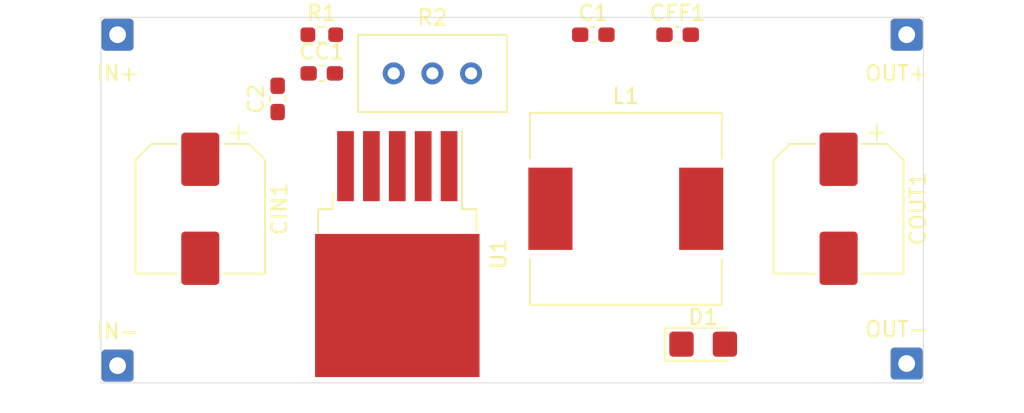
<source format=kicad_pcb>
(kicad_pcb (version 20171130) (host pcbnew 5.1.12-84ad8e8a86~92~ubuntu20.04.1)

  (general
    (thickness 1.6)
    (drawings 4)
    (tracks 0)
    (zones 0)
    (modules 15)
    (nets 8)
  )

  (page A4)
  (title_block
    (title DCDC_buck_converter)
    (date 2021-11-11)
    (rev 1.0)
    (company IEEECIMATEC)
  )

  (layers
    (0 F.Cu signal)
    (31 B.Cu signal)
    (32 B.Adhes user)
    (33 F.Adhes user)
    (34 B.Paste user)
    (35 F.Paste user)
    (36 B.SilkS user)
    (37 F.SilkS user)
    (38 B.Mask user)
    (39 F.Mask user)
    (40 Dwgs.User user)
    (41 Cmts.User user)
    (42 Eco1.User user)
    (43 Eco2.User user)
    (44 Edge.Cuts user)
    (45 Margin user)
    (46 B.CrtYd user)
    (47 F.CrtYd user)
    (48 B.Fab user)
    (49 F.Fab user)
  )

  (setup
    (last_trace_width 0.25)
    (trace_clearance 0.2)
    (zone_clearance 0.508)
    (zone_45_only no)
    (trace_min 0.2)
    (via_size 0.8)
    (via_drill 0.4)
    (via_min_size 0.4)
    (via_min_drill 0.3)
    (uvia_size 0.3)
    (uvia_drill 0.1)
    (uvias_allowed no)
    (uvia_min_size 0.2)
    (uvia_min_drill 0.1)
    (edge_width 0.05)
    (segment_width 0.2)
    (pcb_text_width 0.3)
    (pcb_text_size 1.5 1.5)
    (mod_edge_width 0.12)
    (mod_text_size 1 1)
    (mod_text_width 0.15)
    (pad_size 2.1 2.1)
    (pad_drill 1.1)
    (pad_to_mask_clearance 0)
    (aux_axis_origin 0 0)
    (visible_elements FFFFFF7F)
    (pcbplotparams
      (layerselection 0x010fc_ffffffff)
      (usegerberextensions false)
      (usegerberattributes true)
      (usegerberadvancedattributes true)
      (creategerberjobfile true)
      (excludeedgelayer true)
      (linewidth 0.100000)
      (plotframeref false)
      (viasonmask false)
      (mode 1)
      (useauxorigin false)
      (hpglpennumber 1)
      (hpglpenspeed 20)
      (hpglpendiameter 15.000000)
      (psnegative false)
      (psa4output false)
      (plotreference true)
      (plotvalue true)
      (plotinvisibletext false)
      (padsonsilk false)
      (subtractmaskfromsilk false)
      (outputformat 1)
      (mirror false)
      (drillshape 1)
      (scaleselection 1)
      (outputdirectory ""))
  )

  (net 0 "")
  (net 1 GND)
  (net 2 "Net-(C1-Pad1)")
  (net 3 "Net-(C2-Pad1)")
  (net 4 "Net-(CC1-Pad2)")
  (net 5 "Net-(CFF1-Pad2)")
  (net 6 "Net-(D1-Pad1)")
  (net 7 "Net-(R1-Pad1)")

  (net_class Default "This is the default net class."
    (clearance 0.2)
    (trace_width 0.25)
    (via_dia 0.8)
    (via_drill 0.4)
    (uvia_dia 0.3)
    (uvia_drill 0.1)
    (add_net GND)
    (add_net "Net-(C1-Pad1)")
    (add_net "Net-(C2-Pad1)")
    (add_net "Net-(CC1-Pad2)")
    (add_net "Net-(CFF1-Pad2)")
    (add_net "Net-(D1-Pad1)")
    (add_net "Net-(R1-Pad1)")
  )

  (module Inductor_SMD:L_12x12mm_H8mm (layer F.Cu) (tedit 5990349C) (tstamp 618DD548)
    (at 124.46 128.27)
    (descr "Choke, SMD, 12x12mm 8mm height")
    (tags "Choke SMD")
    (path /618D69B8)
    (attr smd)
    (fp_text reference L1 (at 0 -7.4) (layer F.SilkS)
      (effects (font (size 1 1) (thickness 0.15)))
    )
    (fp_text value 47uH (at 0 7.6) (layer F.Fab)
      (effects (font (size 1 1) (thickness 0.15)))
    )
    (fp_line (start 6.3 3.3) (end 6.3 6.3) (layer F.SilkS) (width 0.12))
    (fp_line (start 6.3 6.3) (end -6.3 6.3) (layer F.SilkS) (width 0.12))
    (fp_line (start -6.3 6.3) (end -6.3 3.3) (layer F.SilkS) (width 0.12))
    (fp_line (start -6.3 -3.3) (end -6.3 -6.3) (layer F.SilkS) (width 0.12))
    (fp_line (start -6.3 -6.3) (end 6.3 -6.3) (layer F.SilkS) (width 0.12))
    (fp_line (start 6.3 -6.3) (end 6.3 -3.3) (layer F.SilkS) (width 0.12))
    (fp_line (start -6.86 -6.6) (end 6.86 -6.6) (layer F.CrtYd) (width 0.05))
    (fp_line (start 6.86 -6.6) (end 6.86 6.6) (layer F.CrtYd) (width 0.05))
    (fp_line (start 6.86 6.6) (end -6.86 6.6) (layer F.CrtYd) (width 0.05))
    (fp_line (start -6.86 6.6) (end -6.86 -6.6) (layer F.CrtYd) (width 0.05))
    (fp_line (start 4.9 3.3) (end 5 3.4) (layer F.Fab) (width 0.1))
    (fp_line (start 5 3.4) (end 5.1 3.8) (layer F.Fab) (width 0.1))
    (fp_line (start 5.1 3.8) (end 5 4.3) (layer F.Fab) (width 0.1))
    (fp_line (start 5 4.3) (end 4.8 4.6) (layer F.Fab) (width 0.1))
    (fp_line (start 4.8 4.6) (end 4.5 5) (layer F.Fab) (width 0.1))
    (fp_line (start 4.5 5) (end 4 5.1) (layer F.Fab) (width 0.1))
    (fp_line (start 4 5.1) (end 3.5 5) (layer F.Fab) (width 0.1))
    (fp_line (start 3.5 5) (end 3.1 4.7) (layer F.Fab) (width 0.1))
    (fp_line (start 3.1 4.7) (end 3 4.6) (layer F.Fab) (width 0.1))
    (fp_line (start 3 4.6) (end 2.4 5) (layer F.Fab) (width 0.1))
    (fp_line (start 2.4 5) (end 1.6 5.3) (layer F.Fab) (width 0.1))
    (fp_line (start 1.6 5.3) (end 0.6 5.5) (layer F.Fab) (width 0.1))
    (fp_line (start 0.6 5.5) (end -0.6 5.5) (layer F.Fab) (width 0.1))
    (fp_line (start -0.6 5.5) (end -1.5 5.3) (layer F.Fab) (width 0.1))
    (fp_line (start -1.5 5.3) (end -2.1 5.1) (layer F.Fab) (width 0.1))
    (fp_line (start -2.1 5.1) (end -2.6 4.9) (layer F.Fab) (width 0.1))
    (fp_line (start -2.6 4.9) (end -3 4.7) (layer F.Fab) (width 0.1))
    (fp_line (start -3 4.7) (end -3.3 4.9) (layer F.Fab) (width 0.1))
    (fp_line (start -3.3 4.9) (end -3.9 5.1) (layer F.Fab) (width 0.1))
    (fp_line (start -3.9 5.1) (end -4.3 5) (layer F.Fab) (width 0.1))
    (fp_line (start -4.3 5) (end -4.6 4.8) (layer F.Fab) (width 0.1))
    (fp_line (start -4.6 4.8) (end -4.9 4.6) (layer F.Fab) (width 0.1))
    (fp_line (start -4.9 4.6) (end -5.1 4.1) (layer F.Fab) (width 0.1))
    (fp_line (start -5.1 4.1) (end -5 3.6) (layer F.Fab) (width 0.1))
    (fp_line (start -5 3.6) (end -4.8 3.2) (layer F.Fab) (width 0.1))
    (fp_line (start 4.9 -3.3) (end 5 -3.6) (layer F.Fab) (width 0.1))
    (fp_line (start 5 -3.6) (end 5.1 -4) (layer F.Fab) (width 0.1))
    (fp_line (start 5.1 -4) (end 5 -4.3) (layer F.Fab) (width 0.1))
    (fp_line (start 5 -4.3) (end 4.8 -4.7) (layer F.Fab) (width 0.1))
    (fp_line (start 4.8 -4.7) (end 4.5 -4.9) (layer F.Fab) (width 0.1))
    (fp_line (start 4.5 -4.9) (end 4.2 -5.1) (layer F.Fab) (width 0.1))
    (fp_line (start 4.2 -5.1) (end 3.9 -5.1) (layer F.Fab) (width 0.1))
    (fp_line (start 3.9 -5.1) (end 3.6 -5) (layer F.Fab) (width 0.1))
    (fp_line (start 3.6 -5) (end 3.3 -4.9) (layer F.Fab) (width 0.1))
    (fp_line (start 3.3 -4.9) (end 3 -4.6) (layer F.Fab) (width 0.1))
    (fp_line (start 3 -4.6) (end 2.6 -4.9) (layer F.Fab) (width 0.1))
    (fp_line (start 2.6 -4.9) (end 2.2 -5.1) (layer F.Fab) (width 0.1))
    (fp_line (start 2.2 -5.1) (end 1.7 -5.3) (layer F.Fab) (width 0.1))
    (fp_line (start 1.7 -5.3) (end 0.9 -5.5) (layer F.Fab) (width 0.1))
    (fp_line (start 0.9 -5.5) (end 0 -5.6) (layer F.Fab) (width 0.1))
    (fp_line (start 0 -5.6) (end -0.8 -5.5) (layer F.Fab) (width 0.1))
    (fp_line (start -0.8 -5.5) (end -1.7 -5.3) (layer F.Fab) (width 0.1))
    (fp_line (start -1.7 -5.3) (end -2.6 -4.9) (layer F.Fab) (width 0.1))
    (fp_line (start -2.6 -4.9) (end -3 -4.7) (layer F.Fab) (width 0.1))
    (fp_line (start -3 -4.7) (end -3.3 -4.9) (layer F.Fab) (width 0.1))
    (fp_line (start -3.3 -4.9) (end -3.7 -5.1) (layer F.Fab) (width 0.1))
    (fp_line (start -3.7 -5.1) (end -4.2 -5) (layer F.Fab) (width 0.1))
    (fp_line (start -4.2 -5) (end -4.6 -4.8) (layer F.Fab) (width 0.1))
    (fp_line (start -4.6 -4.8) (end -4.9 -4.5) (layer F.Fab) (width 0.1))
    (fp_line (start -4.9 -4.5) (end -5.1 -4) (layer F.Fab) (width 0.1))
    (fp_line (start -5.1 -4) (end -5 -3.5) (layer F.Fab) (width 0.1))
    (fp_line (start -5 -3.5) (end -4.8 -3.2) (layer F.Fab) (width 0.1))
    (fp_line (start -6.2 3.3) (end -6.2 6.2) (layer F.Fab) (width 0.1))
    (fp_line (start -6.2 6.2) (end 6.2 6.2) (layer F.Fab) (width 0.1))
    (fp_line (start 6.2 6.2) (end 6.2 3.3) (layer F.Fab) (width 0.1))
    (fp_line (start 6.2 -6.2) (end -6.2 -6.2) (layer F.Fab) (width 0.1))
    (fp_line (start -6.2 -6.2) (end -6.2 -3.3) (layer F.Fab) (width 0.1))
    (fp_line (start 6.2 -6.2) (end 6.2 -3.3) (layer F.Fab) (width 0.1))
    (fp_circle (center 0 0) (end 0.9 0) (layer F.Adhes) (width 0.38))
    (fp_circle (center 0 0) (end 0.55 0) (layer F.Adhes) (width 0.38))
    (fp_circle (center 0 0) (end 0.15 0.15) (layer F.Adhes) (width 0.38))
    (fp_circle (center -2.1 3) (end -1.8 3.25) (layer F.Fab) (width 0.1))
    (fp_text user %R (at 0 0) (layer F.Fab)
      (effects (font (size 1 1) (thickness 0.15)))
    )
    (pad 2 smd rect (at 4.95 0) (size 2.9 5.4) (layers F.Cu F.Paste F.Mask)
      (net 3 "Net-(C2-Pad1)"))
    (pad 1 smd rect (at -4.95 0) (size 2.9 5.4) (layers F.Cu F.Paste F.Mask)
      (net 6 "Net-(D1-Pad1)"))
    (model ${KISYS3DMOD}/Inductor_SMD.3dshapes/L_12x12mm_H8mm.wrl
      (at (xyz 0 0 0))
      (scale (xyz 1 1 1))
      (rotate (xyz 0 0 0))
    )
  )

  (module Package_TO_SOT_SMD:TO-263-5_TabPin3 (layer F.Cu) (tedit 5A70FBB6) (tstamp 618DD861)
    (at 109.455 131.245 270)
    (descr "TO-263 / D2PAK / DDPAK SMD package, http://www.infineon.com/cms/en/product/packages/PG-TO263/PG-TO263-5-1/")
    (tags "D2PAK DDPAK TO-263 D2PAK-5 TO-263-5 SOT-426")
    (path /618C2885)
    (attr smd)
    (fp_text reference U1 (at 0 -6.65 90) (layer F.SilkS)
      (effects (font (size 1 1) (thickness 0.15)))
    )
    (fp_text value LM2575-3.3BU (at 0 6.65 90) (layer F.Fab)
      (effects (font (size 1 1) (thickness 0.15)))
    )
    (fp_line (start 6.5 -5) (end 7.5 -5) (layer F.Fab) (width 0.1))
    (fp_line (start 7.5 -5) (end 7.5 5) (layer F.Fab) (width 0.1))
    (fp_line (start 7.5 5) (end 6.5 5) (layer F.Fab) (width 0.1))
    (fp_line (start 6.5 -5) (end 6.5 5) (layer F.Fab) (width 0.1))
    (fp_line (start 6.5 5) (end -2.75 5) (layer F.Fab) (width 0.1))
    (fp_line (start -2.75 5) (end -2.75 -4) (layer F.Fab) (width 0.1))
    (fp_line (start -2.75 -4) (end -1.75 -5) (layer F.Fab) (width 0.1))
    (fp_line (start -1.75 -5) (end 6.5 -5) (layer F.Fab) (width 0.1))
    (fp_line (start -2.75 -3.8) (end -7.45 -3.8) (layer F.Fab) (width 0.1))
    (fp_line (start -7.45 -3.8) (end -7.45 -3) (layer F.Fab) (width 0.1))
    (fp_line (start -7.45 -3) (end -2.75 -3) (layer F.Fab) (width 0.1))
    (fp_line (start -2.75 -2.1) (end -7.45 -2.1) (layer F.Fab) (width 0.1))
    (fp_line (start -7.45 -2.1) (end -7.45 -1.3) (layer F.Fab) (width 0.1))
    (fp_line (start -7.45 -1.3) (end -2.75 -1.3) (layer F.Fab) (width 0.1))
    (fp_line (start -2.75 -0.4) (end -7.45 -0.4) (layer F.Fab) (width 0.1))
    (fp_line (start -7.45 -0.4) (end -7.45 0.4) (layer F.Fab) (width 0.1))
    (fp_line (start -7.45 0.4) (end -2.75 0.4) (layer F.Fab) (width 0.1))
    (fp_line (start -2.75 1.3) (end -7.45 1.3) (layer F.Fab) (width 0.1))
    (fp_line (start -7.45 1.3) (end -7.45 2.1) (layer F.Fab) (width 0.1))
    (fp_line (start -7.45 2.1) (end -2.75 2.1) (layer F.Fab) (width 0.1))
    (fp_line (start -2.75 3) (end -7.45 3) (layer F.Fab) (width 0.1))
    (fp_line (start -7.45 3) (end -7.45 3.8) (layer F.Fab) (width 0.1))
    (fp_line (start -7.45 3.8) (end -2.75 3.8) (layer F.Fab) (width 0.1))
    (fp_line (start -1.45 -5.2) (end -2.95 -5.2) (layer F.SilkS) (width 0.12))
    (fp_line (start -2.95 -5.2) (end -2.95 -4.25) (layer F.SilkS) (width 0.12))
    (fp_line (start -2.95 -4.25) (end -8.075 -4.25) (layer F.SilkS) (width 0.12))
    (fp_line (start -1.45 5.2) (end -2.95 5.2) (layer F.SilkS) (width 0.12))
    (fp_line (start -2.95 5.2) (end -2.95 4.25) (layer F.SilkS) (width 0.12))
    (fp_line (start -2.95 4.25) (end -4.05 4.25) (layer F.SilkS) (width 0.12))
    (fp_line (start -8.32 -5.65) (end -8.32 5.65) (layer F.CrtYd) (width 0.05))
    (fp_line (start -8.32 5.65) (end 8.32 5.65) (layer F.CrtYd) (width 0.05))
    (fp_line (start 8.32 5.65) (end 8.32 -5.65) (layer F.CrtYd) (width 0.05))
    (fp_line (start 8.32 -5.65) (end -8.32 -5.65) (layer F.CrtYd) (width 0.05))
    (fp_text user %R (at 0 0 90) (layer F.Fab)
      (effects (font (size 1 1) (thickness 0.15)))
    )
    (pad "" smd rect (at 0.95 2.775 270) (size 4.55 5.25) (layers F.Paste))
    (pad "" smd rect (at 5.8 -2.775 270) (size 4.55 5.25) (layers F.Paste))
    (pad "" smd rect (at 0.95 -2.775 270) (size 4.55 5.25) (layers F.Paste))
    (pad "" smd rect (at 5.8 2.775 270) (size 4.55 5.25) (layers F.Paste))
    (pad 3 smd rect (at 3.375 0 270) (size 9.4 10.8) (layers F.Cu F.Mask)
      (net 1 GND))
    (pad 5 smd rect (at -5.775 3.4 270) (size 4.6 1.1) (layers F.Cu F.Paste F.Mask)
      (net 4 "Net-(CC1-Pad2)"))
    (pad 4 smd rect (at -5.775 1.7 270) (size 4.6 1.1) (layers F.Cu F.Paste F.Mask)
      (net 6 "Net-(D1-Pad1)"))
    (pad 3 smd rect (at -5.775 0 270) (size 4.6 1.1) (layers F.Cu F.Paste F.Mask)
      (net 1 GND))
    (pad 2 smd rect (at -5.775 -1.7 270) (size 4.6 1.1) (layers F.Cu F.Paste F.Mask)
      (net 5 "Net-(CFF1-Pad2)"))
    (pad 1 smd rect (at -5.775 -3.4 270) (size 4.6 1.1) (layers F.Cu F.Paste F.Mask)
      (net 2 "Net-(C1-Pad1)"))
    (model ${KISYS3DMOD}/Package_TO_SOT_SMD.3dshapes/TO-263-5_TabPin3.wrl
      (at (xyz 0 0 0))
      (scale (xyz 1 1 1))
      (rotate (xyz 0 0 0))
    )
  )

  (module Potentiometer_THT:Potentiometer_Bourns_3296W_Vertical (layer F.Cu) (tedit 5A3D4994) (tstamp 618DD570)
    (at 114.3 119.38)
    (descr "Potentiometer, vertical, Bourns 3296W, https://www.bourns.com/pdfs/3296.pdf")
    (tags "Potentiometer vertical Bourns 3296W")
    (path /618DB6A6)
    (fp_text reference R2 (at -2.54 -3.66) (layer F.SilkS)
      (effects (font (size 1 1) (thickness 0.15)))
    )
    (fp_text value 10K (at -2.54 3.67) (layer F.Fab)
      (effects (font (size 1 1) (thickness 0.15)))
    )
    (fp_circle (center 0.955 1.15) (end 2.05 1.15) (layer F.Fab) (width 0.1))
    (fp_line (start -7.305 -2.41) (end -7.305 2.42) (layer F.Fab) (width 0.1))
    (fp_line (start -7.305 2.42) (end 2.225 2.42) (layer F.Fab) (width 0.1))
    (fp_line (start 2.225 2.42) (end 2.225 -2.41) (layer F.Fab) (width 0.1))
    (fp_line (start 2.225 -2.41) (end -7.305 -2.41) (layer F.Fab) (width 0.1))
    (fp_line (start 0.955 2.235) (end 0.956 0.066) (layer F.Fab) (width 0.1))
    (fp_line (start 0.955 2.235) (end 0.956 0.066) (layer F.Fab) (width 0.1))
    (fp_line (start -7.425 -2.53) (end 2.345 -2.53) (layer F.SilkS) (width 0.12))
    (fp_line (start -7.425 2.54) (end 2.345 2.54) (layer F.SilkS) (width 0.12))
    (fp_line (start -7.425 -2.53) (end -7.425 2.54) (layer F.SilkS) (width 0.12))
    (fp_line (start 2.345 -2.53) (end 2.345 2.54) (layer F.SilkS) (width 0.12))
    (fp_line (start -7.6 -2.7) (end -7.6 2.7) (layer F.CrtYd) (width 0.05))
    (fp_line (start -7.6 2.7) (end 2.5 2.7) (layer F.CrtYd) (width 0.05))
    (fp_line (start 2.5 2.7) (end 2.5 -2.7) (layer F.CrtYd) (width 0.05))
    (fp_line (start 2.5 -2.7) (end -7.6 -2.7) (layer F.CrtYd) (width 0.05))
    (fp_text user %R (at -3.175 0.005) (layer F.Fab)
      (effects (font (size 1 1) (thickness 0.15)))
    )
    (pad 3 thru_hole circle (at -5.08 0) (size 1.44 1.44) (drill 0.8) (layers *.Cu *.Mask))
    (pad 2 thru_hole circle (at -2.54 0) (size 1.44 1.44) (drill 0.8) (layers *.Cu *.Mask)
      (net 7 "Net-(R1-Pad1)"))
    (pad 1 thru_hole circle (at 0 0) (size 1.44 1.44) (drill 0.8) (layers *.Cu *.Mask)
      (net 3 "Net-(C2-Pad1)"))
    (model ${KISYS3DMOD}/Potentiometer_THT.3dshapes/Potentiometer_Bourns_3296W_Vertical.wrl
      (at (xyz 0 0 0))
      (scale (xyz 1 1 1))
      (rotate (xyz 0 0 0))
    )
  )

  (module Resistor_SMD:R_0603_1608Metric_Pad0.98x0.95mm_HandSolder (layer F.Cu) (tedit 5F68FEEE) (tstamp 618DD559)
    (at 104.4975 116.84)
    (descr "Resistor SMD 0603 (1608 Metric), square (rectangular) end terminal, IPC_7351 nominal with elongated pad for handsoldering. (Body size source: IPC-SM-782 page 72, https://www.pcb-3d.com/wordpress/wp-content/uploads/ipc-sm-782a_amendment_1_and_2.pdf), generated with kicad-footprint-generator")
    (tags "resistor handsolder")
    (path /618DBB77)
    (attr smd)
    (fp_text reference R1 (at 0 -1.43) (layer F.SilkS)
      (effects (font (size 1 1) (thickness 0.15)))
    )
    (fp_text value 3.3K (at 0 1.43) (layer F.Fab)
      (effects (font (size 1 1) (thickness 0.15)))
    )
    (fp_line (start -0.8 0.4125) (end -0.8 -0.4125) (layer F.Fab) (width 0.1))
    (fp_line (start -0.8 -0.4125) (end 0.8 -0.4125) (layer F.Fab) (width 0.1))
    (fp_line (start 0.8 -0.4125) (end 0.8 0.4125) (layer F.Fab) (width 0.1))
    (fp_line (start 0.8 0.4125) (end -0.8 0.4125) (layer F.Fab) (width 0.1))
    (fp_line (start -0.254724 -0.5225) (end 0.254724 -0.5225) (layer F.SilkS) (width 0.12))
    (fp_line (start -0.254724 0.5225) (end 0.254724 0.5225) (layer F.SilkS) (width 0.12))
    (fp_line (start -1.65 0.73) (end -1.65 -0.73) (layer F.CrtYd) (width 0.05))
    (fp_line (start -1.65 -0.73) (end 1.65 -0.73) (layer F.CrtYd) (width 0.05))
    (fp_line (start 1.65 -0.73) (end 1.65 0.73) (layer F.CrtYd) (width 0.05))
    (fp_line (start 1.65 0.73) (end -1.65 0.73) (layer F.CrtYd) (width 0.05))
    (fp_text user %R (at 0 0) (layer F.Fab)
      (effects (font (size 0.4 0.4) (thickness 0.06)))
    )
    (pad 2 smd roundrect (at 0.9125 0) (size 0.975 0.95) (layers F.Cu F.Paste F.Mask) (roundrect_rratio 0.25)
      (net 1 GND))
    (pad 1 smd roundrect (at -0.9125 0) (size 0.975 0.95) (layers F.Cu F.Paste F.Mask) (roundrect_rratio 0.25)
      (net 7 "Net-(R1-Pad1)"))
    (model ${KISYS3DMOD}/Resistor_SMD.3dshapes/R_0603_1608Metric.wrl
      (at (xyz 0 0 0))
      (scale (xyz 1 1 1))
      (rotate (xyz 0 0 0))
    )
  )

  (module Connector_Wire:SolderWire-0.5sqmm_1x01_D0.9mm_OD2.1mm (layer F.Cu) (tedit 5EB70B43) (tstamp 618DD4F9)
    (at 142.9 138.43)
    (descr "Soldered wire connection, for a single 0.5 mm² wire, basic insulation, conductor diameter 0.9mm, outer diameter 2.1mm, size source Multi-Contact FLEXI-E 0.5 (https://ec.staubli.com/AcroFiles/Catalogues/TM_Cab-Main-11014119_(en)_hi.pdf), bend radius 3 times outer diameter, generated with kicad-footprint-generator")
    (tags "connector wire 0.5sqmm")
    (path /619B0944)
    (attr virtual)
    (fp_text reference OUT- (at -0.66 -2.25) (layer F.SilkS)
      (effects (font (size 1 1) (thickness 0.15)))
    )
    (fp_text value Conn_01x01_Female (at 0 2.25) (layer F.Fab)
      (effects (font (size 1 1) (thickness 0.15)))
    )
    (fp_circle (center 0 0) (end 1.05 0) (layer F.Fab) (width 0.1))
    (fp_line (start -1.8 -1.55) (end -1.8 1.55) (layer F.CrtYd) (width 0.05))
    (fp_line (start -1.8 1.55) (end 1.8 1.55) (layer F.CrtYd) (width 0.05))
    (fp_line (start 1.8 1.55) (end 1.8 -1.55) (layer F.CrtYd) (width 0.05))
    (fp_line (start 1.8 -1.55) (end -1.8 -1.55) (layer F.CrtYd) (width 0.05))
    (fp_text user %R (at 0 0) (layer F.Fab)
      (effects (font (size 0.52 0.52) (thickness 0.08)))
    )
    (pad 1 thru_hole roundrect (at 0 0) (size 2.1 2.1) (drill 1.1) (layers *.Cu *.Mask) (roundrect_rratio 0.119048)
      (net 1 GND))
    (model ${KISYS3DMOD}/Connector_Wire.3dshapes/SolderWire-0.5sqmm_1x01_D0.9mm_OD2.1mm.wrl
      (at (xyz 0 0 0))
      (scale (xyz 1 1 1))
      (rotate (xyz 0 0 0))
    )
  )

  (module Connector_Wire:SolderWire-0.5sqmm_1x01_D0.9mm_OD2.1mm (layer F.Cu) (tedit 5EB70B43) (tstamp 618DDA31)
    (at 142.9 116.84)
    (descr "Soldered wire connection, for a single 0.5 mm² wire, basic insulation, conductor diameter 0.9mm, outer diameter 2.1mm, size source Multi-Contact FLEXI-E 0.5 (https://ec.staubli.com/AcroFiles/Catalogues/TM_Cab-Main-11014119_(en)_hi.pdf), bend radius 3 times outer diameter, generated with kicad-footprint-generator")
    (tags "connector wire 0.5sqmm")
    (path /6197AEB6)
    (attr virtual)
    (fp_text reference OUT+ (at -0.66 2.54 180) (layer F.SilkS)
      (effects (font (size 1 1) (thickness 0.15)))
    )
    (fp_text value Conn_01x01_Female (at 0 2.25) (layer F.Fab)
      (effects (font (size 1 1) (thickness 0.15)))
    )
    (fp_circle (center 0 0) (end 1.05 0) (layer F.Fab) (width 0.1))
    (fp_line (start -1.8 -1.55) (end -1.8 1.55) (layer F.CrtYd) (width 0.05))
    (fp_line (start -1.8 1.55) (end 1.8 1.55) (layer F.CrtYd) (width 0.05))
    (fp_line (start 1.8 1.55) (end 1.8 -1.55) (layer F.CrtYd) (width 0.05))
    (fp_line (start 1.8 -1.55) (end -1.8 -1.55) (layer F.CrtYd) (width 0.05))
    (fp_text user %R (at 0 0) (layer F.Fab)
      (effects (font (size 0.52 0.52) (thickness 0.08)))
    )
    (pad 1 thru_hole roundrect (at 0 0) (size 2.1 2.1) (drill 1.1) (layers *.Cu *.Mask) (roundrect_rratio 0.119048)
      (net 3 "Net-(C2-Pad1)"))
    (model ${KISYS3DMOD}/Connector_Wire.3dshapes/SolderWire-0.5sqmm_1x01_D0.9mm_OD2.1mm.wrl
      (at (xyz 0 0 0))
      (scale (xyz 1 1 1))
      (rotate (xyz 0 0 0))
    )
  )

  (module Connector_Wire:SolderWire-0.5sqmm_1x01_D0.9mm_OD2.1mm (layer F.Cu) (tedit 5EB70B43) (tstamp 618DE3EA)
    (at 91.09 138.57)
    (descr "Soldered wire connection, for a single 0.5 mm² wire, basic insulation, conductor diameter 0.9mm, outer diameter 2.1mm, size source Multi-Contact FLEXI-E 0.5 (https://ec.staubli.com/AcroFiles/Catalogues/TM_Cab-Main-11014119_(en)_hi.pdf), bend radius 3 times outer diameter, generated with kicad-footprint-generator")
    (tags "connector wire 0.5sqmm")
    (path /618DFA39)
    (attr virtual)
    (fp_text reference IN- (at 0 -2.25) (layer F.SilkS)
      (effects (font (size 1 1) (thickness 0.15)))
    )
    (fp_text value Conn_01x01_Female (at 0 2.25) (layer F.Fab)
      (effects (font (size 1 1) (thickness 0.15)))
    )
    (fp_circle (center 0 0) (end 1.05 0) (layer F.Fab) (width 0.1))
    (fp_line (start -1.8 -1.55) (end -1.8 1.55) (layer F.CrtYd) (width 0.05))
    (fp_line (start -1.8 1.55) (end 1.8 1.55) (layer F.CrtYd) (width 0.05))
    (fp_line (start 1.8 1.55) (end 1.8 -1.55) (layer F.CrtYd) (width 0.05))
    (fp_line (start 1.8 -1.55) (end -1.8 -1.55) (layer F.CrtYd) (width 0.05))
    (fp_text user %R (at 0 0) (layer F.Fab)
      (effects (font (size 0.52 0.52) (thickness 0.08)))
    )
    (pad 1 thru_hole roundrect (at 0 0) (size 2.1 2.1) (drill 1.1) (layers *.Cu *.Mask) (roundrect_rratio 0.119048)
      (net 1 GND))
    (model ${KISYS3DMOD}/Connector_Wire.3dshapes/SolderWire-0.5sqmm_1x01_D0.9mm_OD2.1mm.wrl
      (at (xyz 0 0 0))
      (scale (xyz 1 1 1))
      (rotate (xyz 0 0 0))
    )
  )

  (module Connector_Wire:SolderWire-0.5sqmm_1x01_D0.9mm_OD2.1mm (layer F.Cu) (tedit 5EB70B43) (tstamp 618DE3CC)
    (at 91.09 116.84)
    (descr "Soldered wire connection, for a single 0.5 mm² wire, basic insulation, conductor diameter 0.9mm, outer diameter 2.1mm, size source Multi-Contact FLEXI-E 0.5 (https://ec.staubli.com/AcroFiles/Catalogues/TM_Cab-Main-11014119_(en)_hi.pdf), bend radius 3 times outer diameter, generated with kicad-footprint-generator")
    (tags "connector wire 0.5sqmm")
    (path /618DE06D)
    (attr virtual)
    (fp_text reference IN+ (at 0 2.54) (layer F.SilkS)
      (effects (font (size 1 1) (thickness 0.15)))
    )
    (fp_text value Conn_01x01_Female (at 0 2.25) (layer F.Fab)
      (effects (font (size 1 1) (thickness 0.15)))
    )
    (fp_circle (center 0 0) (end 1.05 0) (layer F.Fab) (width 0.1))
    (fp_line (start -1.8 -1.55) (end -1.8 1.55) (layer F.CrtYd) (width 0.05))
    (fp_line (start -1.8 1.55) (end 1.8 1.55) (layer F.CrtYd) (width 0.05))
    (fp_line (start 1.8 1.55) (end 1.8 -1.55) (layer F.CrtYd) (width 0.05))
    (fp_line (start 1.8 -1.55) (end -1.8 -1.55) (layer F.CrtYd) (width 0.05))
    (fp_text user %R (at 0 0) (layer F.Fab)
      (effects (font (size 0.52 0.52) (thickness 0.08)))
    )
    (pad 1 thru_hole roundrect (at 0 0) (size 2.1 2.1) (drill 1.1) (layers *.Cu *.Mask) (roundrect_rratio 0.119048)
      (net 2 "Net-(C1-Pad1)"))
    (model ${KISYS3DMOD}/Connector_Wire.3dshapes/SolderWire-0.5sqmm_1x01_D0.9mm_OD2.1mm.wrl
      (at (xyz 0 0 0))
      (scale (xyz 1 1 1))
      (rotate (xyz 0 0 0))
    )
  )

  (module Diode_SMD:D_1206_3216Metric_Castellated (layer F.Cu) (tedit 5F68FEF1) (tstamp 618DD4CD)
    (at 129.54 137.16)
    (descr "Diode SMD 1206 (3216 Metric), castellated end terminal, IPC_7351 nominal, (Body size source: http://www.tortai-tech.com/upload/download/2011102023233369053.pdf), generated with kicad-footprint-generator")
    (tags "diode castellated")
    (path /618D1233)
    (attr smd)
    (fp_text reference D1 (at 0 -1.78) (layer F.SilkS)
      (effects (font (size 1 1) (thickness 0.15)))
    )
    (fp_text value MBRD1045G (at 0 1.78) (layer F.Fab)
      (effects (font (size 1 1) (thickness 0.15)))
    )
    (fp_line (start 1.6 -0.8) (end -1.2 -0.8) (layer F.Fab) (width 0.1))
    (fp_line (start -1.2 -0.8) (end -1.6 -0.4) (layer F.Fab) (width 0.1))
    (fp_line (start -1.6 -0.4) (end -1.6 0.8) (layer F.Fab) (width 0.1))
    (fp_line (start -1.6 0.8) (end 1.6 0.8) (layer F.Fab) (width 0.1))
    (fp_line (start 1.6 0.8) (end 1.6 -0.8) (layer F.Fab) (width 0.1))
    (fp_line (start 1.6 -1.085) (end -2.485 -1.085) (layer F.SilkS) (width 0.12))
    (fp_line (start -2.485 -1.085) (end -2.485 1.085) (layer F.SilkS) (width 0.12))
    (fp_line (start -2.485 1.085) (end 1.6 1.085) (layer F.SilkS) (width 0.12))
    (fp_line (start -2.48 1.08) (end -2.48 -1.08) (layer F.CrtYd) (width 0.05))
    (fp_line (start -2.48 -1.08) (end 2.48 -1.08) (layer F.CrtYd) (width 0.05))
    (fp_line (start 2.48 -1.08) (end 2.48 1.08) (layer F.CrtYd) (width 0.05))
    (fp_line (start 2.48 1.08) (end -2.48 1.08) (layer F.CrtYd) (width 0.05))
    (fp_text user %R (at 0 0) (layer F.Fab)
      (effects (font (size 0.8 0.8) (thickness 0.12)))
    )
    (pad 2 smd roundrect (at 1.425 0) (size 1.6 1.65) (layers F.Cu F.Paste F.Mask) (roundrect_rratio 0.15625)
      (net 1 GND))
    (pad 1 smd roundrect (at -1.425 0) (size 1.6 1.65) (layers F.Cu F.Paste F.Mask) (roundrect_rratio 0.15625)
      (net 6 "Net-(D1-Pad1)"))
    (model ${KISYS3DMOD}/Diode_SMD.3dshapes/D_1206_3216Metric_Castellated.wrl
      (at (xyz 0 0 0))
      (scale (xyz 1 1 1))
      (rotate (xyz 0 0 0))
    )
  )

  (module Capacitor_SMD:CP_Elec_8x10 (layer F.Cu) (tedit 5BCA39D0) (tstamp 618DD4BA)
    (at 138.43 128.27 270)
    (descr "SMD capacitor, aluminum electrolytic, Nichicon, 8.0x10mm")
    (tags "capacitor electrolytic")
    (path /618D0B9F)
    (attr smd)
    (fp_text reference COUT1 (at 0 -5.2 90) (layer F.SilkS)
      (effects (font (size 1 1) (thickness 0.15)))
    )
    (fp_text value 330uF (at 0 5.2 90) (layer F.Fab)
      (effects (font (size 1 1) (thickness 0.15)))
    )
    (fp_circle (center 0 0) (end 4 0) (layer F.Fab) (width 0.1))
    (fp_line (start 4.15 -4.15) (end 4.15 4.15) (layer F.Fab) (width 0.1))
    (fp_line (start -3.15 -4.15) (end 4.15 -4.15) (layer F.Fab) (width 0.1))
    (fp_line (start -3.15 4.15) (end 4.15 4.15) (layer F.Fab) (width 0.1))
    (fp_line (start -4.15 -3.15) (end -4.15 3.15) (layer F.Fab) (width 0.1))
    (fp_line (start -4.15 -3.15) (end -3.15 -4.15) (layer F.Fab) (width 0.1))
    (fp_line (start -4.15 3.15) (end -3.15 4.15) (layer F.Fab) (width 0.1))
    (fp_line (start -3.562278 -1.5) (end -2.762278 -1.5) (layer F.Fab) (width 0.1))
    (fp_line (start -3.162278 -1.9) (end -3.162278 -1.1) (layer F.Fab) (width 0.1))
    (fp_line (start 4.26 4.26) (end 4.26 1.51) (layer F.SilkS) (width 0.12))
    (fp_line (start 4.26 -4.26) (end 4.26 -1.51) (layer F.SilkS) (width 0.12))
    (fp_line (start -3.195563 -4.26) (end 4.26 -4.26) (layer F.SilkS) (width 0.12))
    (fp_line (start -3.195563 4.26) (end 4.26 4.26) (layer F.SilkS) (width 0.12))
    (fp_line (start -4.26 3.195563) (end -4.26 1.51) (layer F.SilkS) (width 0.12))
    (fp_line (start -4.26 -3.195563) (end -4.26 -1.51) (layer F.SilkS) (width 0.12))
    (fp_line (start -4.26 -3.195563) (end -3.195563 -4.26) (layer F.SilkS) (width 0.12))
    (fp_line (start -4.26 3.195563) (end -3.195563 4.26) (layer F.SilkS) (width 0.12))
    (fp_line (start -5.5 -2.51) (end -4.5 -2.51) (layer F.SilkS) (width 0.12))
    (fp_line (start -5 -3.01) (end -5 -2.01) (layer F.SilkS) (width 0.12))
    (fp_line (start 4.4 -4.4) (end 4.4 -1.5) (layer F.CrtYd) (width 0.05))
    (fp_line (start 4.4 -1.5) (end 5.25 -1.5) (layer F.CrtYd) (width 0.05))
    (fp_line (start 5.25 -1.5) (end 5.25 1.5) (layer F.CrtYd) (width 0.05))
    (fp_line (start 5.25 1.5) (end 4.4 1.5) (layer F.CrtYd) (width 0.05))
    (fp_line (start 4.4 1.5) (end 4.4 4.4) (layer F.CrtYd) (width 0.05))
    (fp_line (start -3.25 4.4) (end 4.4 4.4) (layer F.CrtYd) (width 0.05))
    (fp_line (start -3.25 -4.4) (end 4.4 -4.4) (layer F.CrtYd) (width 0.05))
    (fp_line (start -4.4 3.25) (end -3.25 4.4) (layer F.CrtYd) (width 0.05))
    (fp_line (start -4.4 -3.25) (end -3.25 -4.4) (layer F.CrtYd) (width 0.05))
    (fp_line (start -4.4 -3.25) (end -4.4 -1.5) (layer F.CrtYd) (width 0.05))
    (fp_line (start -4.4 1.5) (end -4.4 3.25) (layer F.CrtYd) (width 0.05))
    (fp_line (start -4.4 -1.5) (end -5.25 -1.5) (layer F.CrtYd) (width 0.05))
    (fp_line (start -5.25 -1.5) (end -5.25 1.5) (layer F.CrtYd) (width 0.05))
    (fp_line (start -5.25 1.5) (end -4.4 1.5) (layer F.CrtYd) (width 0.05))
    (fp_text user %R (at 0 0 90) (layer F.Fab)
      (effects (font (size 1 1) (thickness 0.15)))
    )
    (pad 2 smd roundrect (at 3.25 0 270) (size 3.5 2.5) (layers F.Cu F.Paste F.Mask) (roundrect_rratio 0.1)
      (net 1 GND))
    (pad 1 smd roundrect (at -3.25 0 270) (size 3.5 2.5) (layers F.Cu F.Paste F.Mask) (roundrect_rratio 0.1)
      (net 3 "Net-(C2-Pad1)"))
    (model ${KISYS3DMOD}/Capacitor_SMD.3dshapes/CP_Elec_8x10.wrl
      (at (xyz 0 0 0))
      (scale (xyz 1 1 1))
      (rotate (xyz 0 0 0))
    )
  )

  (module Capacitor_SMD:CP_Elec_8x10 (layer F.Cu) (tedit 5BCA39D0) (tstamp 618DE9A0)
    (at 96.52 128.27 270)
    (descr "SMD capacitor, aluminum electrolytic, Nichicon, 8.0x10mm")
    (tags "capacitor electrolytic")
    (path /618C5FEC)
    (attr smd)
    (fp_text reference CIN1 (at 0 -5.2 90) (layer F.SilkS)
      (effects (font (size 1 1) (thickness 0.15)))
    )
    (fp_text value 220uF (at 0 5.2 90) (layer F.Fab)
      (effects (font (size 1 1) (thickness 0.15)))
    )
    (fp_circle (center 0 0) (end 4 0) (layer F.Fab) (width 0.1))
    (fp_line (start 4.15 -4.15) (end 4.15 4.15) (layer F.Fab) (width 0.1))
    (fp_line (start -3.15 -4.15) (end 4.15 -4.15) (layer F.Fab) (width 0.1))
    (fp_line (start -3.15 4.15) (end 4.15 4.15) (layer F.Fab) (width 0.1))
    (fp_line (start -4.15 -3.15) (end -4.15 3.15) (layer F.Fab) (width 0.1))
    (fp_line (start -4.15 -3.15) (end -3.15 -4.15) (layer F.Fab) (width 0.1))
    (fp_line (start -4.15 3.15) (end -3.15 4.15) (layer F.Fab) (width 0.1))
    (fp_line (start -3.562278 -1.5) (end -2.762278 -1.5) (layer F.Fab) (width 0.1))
    (fp_line (start -3.162278 -1.9) (end -3.162278 -1.1) (layer F.Fab) (width 0.1))
    (fp_line (start 4.26 4.26) (end 4.26 1.51) (layer F.SilkS) (width 0.12))
    (fp_line (start 4.26 -4.26) (end 4.26 -1.51) (layer F.SilkS) (width 0.12))
    (fp_line (start -3.195563 -4.26) (end 4.26 -4.26) (layer F.SilkS) (width 0.12))
    (fp_line (start -3.195563 4.26) (end 4.26 4.26) (layer F.SilkS) (width 0.12))
    (fp_line (start -4.26 3.195563) (end -4.26 1.51) (layer F.SilkS) (width 0.12))
    (fp_line (start -4.26 -3.195563) (end -4.26 -1.51) (layer F.SilkS) (width 0.12))
    (fp_line (start -4.26 -3.195563) (end -3.195563 -4.26) (layer F.SilkS) (width 0.12))
    (fp_line (start -4.26 3.195563) (end -3.195563 4.26) (layer F.SilkS) (width 0.12))
    (fp_line (start -5.5 -2.51) (end -4.5 -2.51) (layer F.SilkS) (width 0.12))
    (fp_line (start -5 -3.01) (end -5 -2.01) (layer F.SilkS) (width 0.12))
    (fp_line (start 4.4 -4.4) (end 4.4 -1.5) (layer F.CrtYd) (width 0.05))
    (fp_line (start 4.4 -1.5) (end 5.25 -1.5) (layer F.CrtYd) (width 0.05))
    (fp_line (start 5.25 -1.5) (end 5.25 1.5) (layer F.CrtYd) (width 0.05))
    (fp_line (start 5.25 1.5) (end 4.4 1.5) (layer F.CrtYd) (width 0.05))
    (fp_line (start 4.4 1.5) (end 4.4 4.4) (layer F.CrtYd) (width 0.05))
    (fp_line (start -3.25 4.4) (end 4.4 4.4) (layer F.CrtYd) (width 0.05))
    (fp_line (start -3.25 -4.4) (end 4.4 -4.4) (layer F.CrtYd) (width 0.05))
    (fp_line (start -4.4 3.25) (end -3.25 4.4) (layer F.CrtYd) (width 0.05))
    (fp_line (start -4.4 -3.25) (end -3.25 -4.4) (layer F.CrtYd) (width 0.05))
    (fp_line (start -4.4 -3.25) (end -4.4 -1.5) (layer F.CrtYd) (width 0.05))
    (fp_line (start -4.4 1.5) (end -4.4 3.25) (layer F.CrtYd) (width 0.05))
    (fp_line (start -4.4 -1.5) (end -5.25 -1.5) (layer F.CrtYd) (width 0.05))
    (fp_line (start -5.25 -1.5) (end -5.25 1.5) (layer F.CrtYd) (width 0.05))
    (fp_line (start -5.25 1.5) (end -4.4 1.5) (layer F.CrtYd) (width 0.05))
    (fp_text user %R (at 0 0 90) (layer F.Fab)
      (effects (font (size 1 1) (thickness 0.15)))
    )
    (pad 2 smd roundrect (at 3.25 0 270) (size 3.5 2.5) (layers F.Cu F.Paste F.Mask) (roundrect_rratio 0.1)
      (net 1 GND))
    (pad 1 smd roundrect (at -3.25 0 270) (size 3.5 2.5) (layers F.Cu F.Paste F.Mask) (roundrect_rratio 0.1)
      (net 2 "Net-(C1-Pad1)"))
    (model ${KISYS3DMOD}/Capacitor_SMD.3dshapes/CP_Elec_8x10.wrl
      (at (xyz 0 0 0))
      (scale (xyz 1 1 1))
      (rotate (xyz 0 0 0))
    )
  )

  (module Capacitor_SMD:C_0603_1608Metric_Pad1.08x0.95mm_HandSolder (layer F.Cu) (tedit 5F68FEEF) (tstamp 618DD46A)
    (at 127.8625 116.84)
    (descr "Capacitor SMD 0603 (1608 Metric), square (rectangular) end terminal, IPC_7351 nominal with elongated pad for handsoldering. (Body size source: IPC-SM-782 page 76, https://www.pcb-3d.com/wordpress/wp-content/uploads/ipc-sm-782a_amendment_1_and_2.pdf), generated with kicad-footprint-generator")
    (tags "capacitor handsolder")
    (path /618DC097)
    (attr smd)
    (fp_text reference CFF1 (at 0 -1.43) (layer F.SilkS)
      (effects (font (size 1 1) (thickness 0.15)))
    )
    (fp_text value 33nF (at 0 1.43) (layer F.Fab)
      (effects (font (size 1 1) (thickness 0.15)))
    )
    (fp_line (start -0.8 0.4) (end -0.8 -0.4) (layer F.Fab) (width 0.1))
    (fp_line (start -0.8 -0.4) (end 0.8 -0.4) (layer F.Fab) (width 0.1))
    (fp_line (start 0.8 -0.4) (end 0.8 0.4) (layer F.Fab) (width 0.1))
    (fp_line (start 0.8 0.4) (end -0.8 0.4) (layer F.Fab) (width 0.1))
    (fp_line (start -0.146267 -0.51) (end 0.146267 -0.51) (layer F.SilkS) (width 0.12))
    (fp_line (start -0.146267 0.51) (end 0.146267 0.51) (layer F.SilkS) (width 0.12))
    (fp_line (start -1.65 0.73) (end -1.65 -0.73) (layer F.CrtYd) (width 0.05))
    (fp_line (start -1.65 -0.73) (end 1.65 -0.73) (layer F.CrtYd) (width 0.05))
    (fp_line (start 1.65 -0.73) (end 1.65 0.73) (layer F.CrtYd) (width 0.05))
    (fp_line (start 1.65 0.73) (end -1.65 0.73) (layer F.CrtYd) (width 0.05))
    (fp_text user %R (at 0 0) (layer F.Fab)
      (effects (font (size 0.4 0.4) (thickness 0.06)))
    )
    (pad 2 smd roundrect (at 0.8625 0) (size 1.075 0.95) (layers F.Cu F.Paste F.Mask) (roundrect_rratio 0.25)
      (net 5 "Net-(CFF1-Pad2)"))
    (pad 1 smd roundrect (at -0.8625 0) (size 1.075 0.95) (layers F.Cu F.Paste F.Mask) (roundrect_rratio 0.25)
      (net 3 "Net-(C2-Pad1)"))
    (model ${KISYS3DMOD}/Capacitor_SMD.3dshapes/C_0603_1608Metric.wrl
      (at (xyz 0 0 0))
      (scale (xyz 1 1 1))
      (rotate (xyz 0 0 0))
    )
  )

  (module Capacitor_SMD:C_0603_1608Metric_Pad1.08x0.95mm_HandSolder (layer F.Cu) (tedit 5F68FEEF) (tstamp 618DD459)
    (at 104.4975 119.38)
    (descr "Capacitor SMD 0603 (1608 Metric), square (rectangular) end terminal, IPC_7351 nominal with elongated pad for handsoldering. (Body size source: IPC-SM-782 page 76, https://www.pcb-3d.com/wordpress/wp-content/uploads/ipc-sm-782a_amendment_1_and_2.pdf), generated with kicad-footprint-generator")
    (tags "capacitor handsolder")
    (path /618C7B4E)
    (attr smd)
    (fp_text reference CC1 (at 0 -1.43) (layer F.SilkS)
      (effects (font (size 1 1) (thickness 0.15)))
    )
    (fp_text value 105 (at 0 1.43) (layer F.Fab)
      (effects (font (size 1 1) (thickness 0.15)))
    )
    (fp_line (start -0.8 0.4) (end -0.8 -0.4) (layer F.Fab) (width 0.1))
    (fp_line (start -0.8 -0.4) (end 0.8 -0.4) (layer F.Fab) (width 0.1))
    (fp_line (start 0.8 -0.4) (end 0.8 0.4) (layer F.Fab) (width 0.1))
    (fp_line (start 0.8 0.4) (end -0.8 0.4) (layer F.Fab) (width 0.1))
    (fp_line (start -0.146267 -0.51) (end 0.146267 -0.51) (layer F.SilkS) (width 0.12))
    (fp_line (start -0.146267 0.51) (end 0.146267 0.51) (layer F.SilkS) (width 0.12))
    (fp_line (start -1.65 0.73) (end -1.65 -0.73) (layer F.CrtYd) (width 0.05))
    (fp_line (start -1.65 -0.73) (end 1.65 -0.73) (layer F.CrtYd) (width 0.05))
    (fp_line (start 1.65 -0.73) (end 1.65 0.73) (layer F.CrtYd) (width 0.05))
    (fp_line (start 1.65 0.73) (end -1.65 0.73) (layer F.CrtYd) (width 0.05))
    (fp_text user %R (at 0 0) (layer F.Fab)
      (effects (font (size 0.4 0.4) (thickness 0.06)))
    )
    (pad 2 smd roundrect (at 0.8625 0) (size 1.075 0.95) (layers F.Cu F.Paste F.Mask) (roundrect_rratio 0.25)
      (net 4 "Net-(CC1-Pad2)"))
    (pad 1 smd roundrect (at -0.8625 0) (size 1.075 0.95) (layers F.Cu F.Paste F.Mask) (roundrect_rratio 0.25)
      (net 2 "Net-(C1-Pad1)"))
    (model ${KISYS3DMOD}/Capacitor_SMD.3dshapes/C_0603_1608Metric.wrl
      (at (xyz 0 0 0))
      (scale (xyz 1 1 1))
      (rotate (xyz 0 0 0))
    )
  )

  (module Capacitor_SMD:C_0603_1608Metric_Pad1.08x0.95mm_HandSolder (layer F.Cu) (tedit 5F68FEEF) (tstamp 618DD448)
    (at 101.6 121.0575 90)
    (descr "Capacitor SMD 0603 (1608 Metric), square (rectangular) end terminal, IPC_7351 nominal with elongated pad for handsoldering. (Body size source: IPC-SM-782 page 76, https://www.pcb-3d.com/wordpress/wp-content/uploads/ipc-sm-782a_amendment_1_and_2.pdf), generated with kicad-footprint-generator")
    (tags "capacitor handsolder")
    (path /618F7816)
    (attr smd)
    (fp_text reference C2 (at 0 -1.43 90) (layer F.SilkS)
      (effects (font (size 1 1) (thickness 0.15)))
    )
    (fp_text value 105 (at 0 1.43 90) (layer F.Fab)
      (effects (font (size 1 1) (thickness 0.15)))
    )
    (fp_line (start -0.8 0.4) (end -0.8 -0.4) (layer F.Fab) (width 0.1))
    (fp_line (start -0.8 -0.4) (end 0.8 -0.4) (layer F.Fab) (width 0.1))
    (fp_line (start 0.8 -0.4) (end 0.8 0.4) (layer F.Fab) (width 0.1))
    (fp_line (start 0.8 0.4) (end -0.8 0.4) (layer F.Fab) (width 0.1))
    (fp_line (start -0.146267 -0.51) (end 0.146267 -0.51) (layer F.SilkS) (width 0.12))
    (fp_line (start -0.146267 0.51) (end 0.146267 0.51) (layer F.SilkS) (width 0.12))
    (fp_line (start -1.65 0.73) (end -1.65 -0.73) (layer F.CrtYd) (width 0.05))
    (fp_line (start -1.65 -0.73) (end 1.65 -0.73) (layer F.CrtYd) (width 0.05))
    (fp_line (start 1.65 -0.73) (end 1.65 0.73) (layer F.CrtYd) (width 0.05))
    (fp_line (start 1.65 0.73) (end -1.65 0.73) (layer F.CrtYd) (width 0.05))
    (fp_text user %R (at 0 0 90) (layer F.Fab)
      (effects (font (size 0.4 0.4) (thickness 0.06)))
    )
    (pad 2 smd roundrect (at 0.8625 0 90) (size 1.075 0.95) (layers F.Cu F.Paste F.Mask) (roundrect_rratio 0.25)
      (net 1 GND))
    (pad 1 smd roundrect (at -0.8625 0 90) (size 1.075 0.95) (layers F.Cu F.Paste F.Mask) (roundrect_rratio 0.25)
      (net 3 "Net-(C2-Pad1)"))
    (model ${KISYS3DMOD}/Capacitor_SMD.3dshapes/C_0603_1608Metric.wrl
      (at (xyz 0 0 0))
      (scale (xyz 1 1 1))
      (rotate (xyz 0 0 0))
    )
  )

  (module Capacitor_SMD:C_0603_1608Metric_Pad1.08x0.95mm_HandSolder (layer F.Cu) (tedit 5F68FEEF) (tstamp 618DD437)
    (at 122.3275 116.84)
    (descr "Capacitor SMD 0603 (1608 Metric), square (rectangular) end terminal, IPC_7351 nominal with elongated pad for handsoldering. (Body size source: IPC-SM-782 page 76, https://www.pcb-3d.com/wordpress/wp-content/uploads/ipc-sm-782a_amendment_1_and_2.pdf), generated with kicad-footprint-generator")
    (tags "capacitor handsolder")
    (path /618C73D8)
    (attr smd)
    (fp_text reference C1 (at 0 -1.43) (layer F.SilkS)
      (effects (font (size 1 1) (thickness 0.15)))
    )
    (fp_text value 105 (at 0 1.43) (layer F.Fab)
      (effects (font (size 1 1) (thickness 0.15)))
    )
    (fp_line (start -0.8 0.4) (end -0.8 -0.4) (layer F.Fab) (width 0.1))
    (fp_line (start -0.8 -0.4) (end 0.8 -0.4) (layer F.Fab) (width 0.1))
    (fp_line (start 0.8 -0.4) (end 0.8 0.4) (layer F.Fab) (width 0.1))
    (fp_line (start 0.8 0.4) (end -0.8 0.4) (layer F.Fab) (width 0.1))
    (fp_line (start -0.146267 -0.51) (end 0.146267 -0.51) (layer F.SilkS) (width 0.12))
    (fp_line (start -0.146267 0.51) (end 0.146267 0.51) (layer F.SilkS) (width 0.12))
    (fp_line (start -1.65 0.73) (end -1.65 -0.73) (layer F.CrtYd) (width 0.05))
    (fp_line (start -1.65 -0.73) (end 1.65 -0.73) (layer F.CrtYd) (width 0.05))
    (fp_line (start 1.65 -0.73) (end 1.65 0.73) (layer F.CrtYd) (width 0.05))
    (fp_line (start 1.65 0.73) (end -1.65 0.73) (layer F.CrtYd) (width 0.05))
    (fp_text user %R (at 0 0) (layer F.Fab)
      (effects (font (size 0.4 0.4) (thickness 0.06)))
    )
    (pad 2 smd roundrect (at 0.8625 0) (size 1.075 0.95) (layers F.Cu F.Paste F.Mask) (roundrect_rratio 0.25)
      (net 1 GND))
    (pad 1 smd roundrect (at -0.8625 0) (size 1.075 0.95) (layers F.Cu F.Paste F.Mask) (roundrect_rratio 0.25)
      (net 2 "Net-(C1-Pad1)"))
    (model ${KISYS3DMOD}/Capacitor_SMD.3dshapes/C_0603_1608Metric.wrl
      (at (xyz 0 0 0))
      (scale (xyz 1 1 1))
      (rotate (xyz 0 0 0))
    )
  )

  (gr_line (start 90 139.7) (end 90 115.7) (layer Edge.Cuts) (width 0.05) (tstamp 618DE2E2))
  (gr_line (start 90 115.7) (end 144 115.7) (layer Edge.Cuts) (width 0.05) (tstamp 618DE2D9))
  (gr_line (start 144 139.7) (end 144 115.7) (layer Edge.Cuts) (width 0.05))
  (gr_line (start 90 139.7) (end 144 139.7) (layer Edge.Cuts) (width 0.05))

)

</source>
